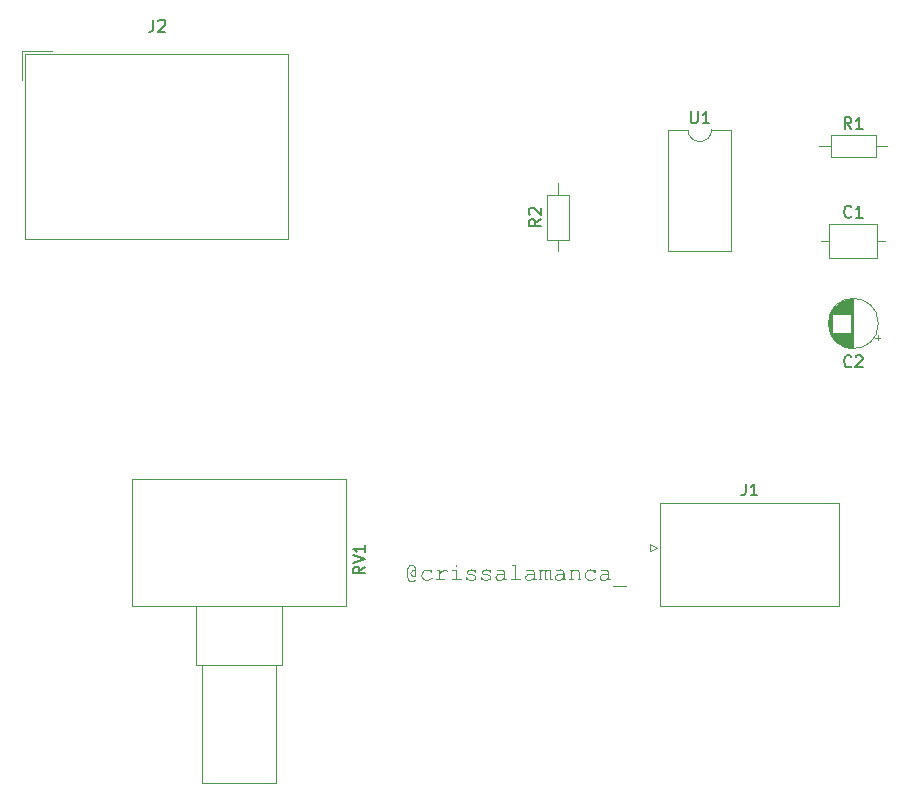
<source format=gbr>
%TF.GenerationSoftware,KiCad,Pcbnew,9.0.2*%
%TF.CreationDate,2025-06-20T12:40:34-04:00*%
%TF.ProjectId,criss,63726973-732e-46b6-9963-61645f706362,rev?*%
%TF.SameCoordinates,Original*%
%TF.FileFunction,Legend,Top*%
%TF.FilePolarity,Positive*%
%FSLAX46Y46*%
G04 Gerber Fmt 4.6, Leading zero omitted, Abs format (unit mm)*
G04 Created by KiCad (PCBNEW 9.0.2) date 2025-06-20 12:40:34*
%MOMM*%
%LPD*%
G01*
G04 APERTURE LIST*
%ADD10C,0.100000*%
%ADD11C,0.150000*%
%ADD12C,0.120000*%
G04 APERTURE END LIST*
D10*
G36*
X56713485Y-65423379D02*
G01*
X56786950Y-65449902D01*
X56851771Y-65495596D01*
X56911972Y-65568329D01*
X56941865Y-65625642D01*
X56960034Y-65688824D01*
X56966285Y-65759296D01*
X56966285Y-66352257D01*
X56984800Y-66356988D01*
X56996968Y-66365904D01*
X57004562Y-66378674D01*
X57007226Y-66395213D01*
X57000540Y-66419760D01*
X56984146Y-66435513D01*
X56949890Y-66440184D01*
X56880190Y-66440184D01*
X56880190Y-66425988D01*
X56833112Y-66432216D01*
X56793087Y-66434323D01*
X56712290Y-66425127D01*
X56644442Y-66398830D01*
X56586640Y-66355554D01*
X56541718Y-66298945D01*
X56515247Y-66236125D01*
X56506223Y-66164862D01*
X56506448Y-66163213D01*
X56592227Y-66163213D01*
X56598557Y-66212951D01*
X56616990Y-66255954D01*
X56648098Y-66293913D01*
X56688347Y-66322094D01*
X56739407Y-66339938D01*
X56804352Y-66346395D01*
X56840714Y-66343831D01*
X56880190Y-66337144D01*
X56880190Y-65941929D01*
X56792364Y-65950785D01*
X56723139Y-65973938D01*
X56668523Y-66009890D01*
X56624966Y-66058348D01*
X56600351Y-66108873D01*
X56592227Y-66163213D01*
X56506448Y-66163213D01*
X56517221Y-66084226D01*
X56549836Y-66012053D01*
X56606058Y-65945776D01*
X56658323Y-65906997D01*
X56720114Y-65878462D01*
X56793281Y-65860414D01*
X56880190Y-65854002D01*
X56880190Y-65755724D01*
X56872046Y-65684212D01*
X56848772Y-65624259D01*
X56810489Y-65573275D01*
X56760348Y-65533929D01*
X56703032Y-65510411D01*
X56636283Y-65502292D01*
X56565787Y-65511469D01*
X56498988Y-65539203D01*
X56458394Y-65567997D01*
X56426264Y-65601760D01*
X56381521Y-65671079D01*
X56341726Y-65757098D01*
X56315970Y-65853958D01*
X56306372Y-65982046D01*
X56306372Y-66321391D01*
X56312596Y-66420732D01*
X56330430Y-66508575D01*
X56359016Y-66586561D01*
X56398054Y-66656065D01*
X56449326Y-66716795D01*
X56506672Y-66758407D01*
X56571319Y-66783318D01*
X56645533Y-66791894D01*
X56745589Y-66782731D01*
X56820459Y-66758035D01*
X56876068Y-66720178D01*
X56894049Y-66707631D01*
X56909865Y-66703967D01*
X56926062Y-66707061D01*
X56939632Y-66716331D01*
X56948878Y-66729754D01*
X56951905Y-66745091D01*
X56939773Y-66775540D01*
X56890448Y-66817082D01*
X56822080Y-66850528D01*
X56737598Y-66872045D01*
X56633260Y-66879822D01*
X56553874Y-66872066D01*
X56483142Y-66849505D01*
X56420110Y-66813136D01*
X56368837Y-66765791D01*
X56340398Y-66727503D01*
X56300143Y-66656980D01*
X56264840Y-66581265D01*
X56243815Y-66520418D01*
X56226609Y-66432931D01*
X56220276Y-66322215D01*
X56220276Y-65977100D01*
X56229780Y-65846411D01*
X56256862Y-65733103D01*
X56300212Y-65634347D01*
X56359678Y-65547904D01*
X56419795Y-65488197D01*
X56484375Y-65447149D01*
X56554576Y-65422692D01*
X56632253Y-65414364D01*
X56713485Y-65423379D01*
G37*
G36*
X58247644Y-65943028D02*
G01*
X58247644Y-65913719D01*
X58251207Y-65884187D01*
X58259918Y-65867649D01*
X58273794Y-65857413D01*
X58290692Y-65854002D01*
X58308470Y-65857384D01*
X58322383Y-65867282D01*
X58331174Y-65883503D01*
X58334747Y-65912254D01*
X58334747Y-66106427D01*
X58330523Y-66135235D01*
X58321925Y-66151398D01*
X58308389Y-66161281D01*
X58290692Y-66164678D01*
X58274596Y-66161734D01*
X58261475Y-66153046D01*
X58252584Y-66138786D01*
X58247644Y-66114120D01*
X58235797Y-66070196D01*
X58205726Y-66025186D01*
X58151840Y-65977466D01*
X58088879Y-65942918D01*
X58009789Y-65920689D01*
X57910498Y-65912620D01*
X57815988Y-65920945D01*
X57737975Y-65944308D01*
X57673237Y-65981443D01*
X57619513Y-66032696D01*
X57564066Y-66117035D01*
X57531254Y-66207859D01*
X57520136Y-66307561D01*
X57527338Y-66389446D01*
X57548115Y-66461599D01*
X57582036Y-66525852D01*
X57629771Y-66583524D01*
X57687767Y-66630532D01*
X57753336Y-66664208D01*
X57827949Y-66684994D01*
X57913612Y-66692243D01*
X58013713Y-66683249D01*
X58117951Y-66655423D01*
X58184563Y-66626164D01*
X58247106Y-66586859D01*
X58306079Y-66536813D01*
X58327832Y-66520709D01*
X58343998Y-66516388D01*
X58360057Y-66519396D01*
X58373124Y-66528295D01*
X58381950Y-66541443D01*
X58384939Y-66557604D01*
X58377206Y-66583604D01*
X58347591Y-66619391D01*
X58281441Y-66669895D01*
X58195516Y-66718171D01*
X58105525Y-66752436D01*
X58010551Y-66773144D01*
X57909490Y-66780170D01*
X57807446Y-66771368D01*
X57717912Y-66746035D01*
X57638577Y-66704807D01*
X57567764Y-66646997D01*
X57509556Y-66576385D01*
X57468178Y-66497714D01*
X57442829Y-66409370D01*
X57434041Y-66309118D01*
X57442997Y-66206888D01*
X57468876Y-66116425D01*
X57511189Y-66035509D01*
X57570786Y-65962537D01*
X57643390Y-65902406D01*
X57723890Y-65859767D01*
X57813890Y-65833708D01*
X57915627Y-65824692D01*
X58012999Y-65832496D01*
X58099616Y-65855035D01*
X58177355Y-65891738D01*
X58247644Y-65943028D01*
G37*
G36*
X59044303Y-65854002D02*
G01*
X59044303Y-66072172D01*
X59204700Y-65938933D01*
X59295904Y-65879464D01*
X59379047Y-65846405D01*
X59450143Y-65836416D01*
X59499655Y-65842035D01*
X59546931Y-65858948D01*
X59593025Y-65888073D01*
X59647387Y-65939417D01*
X59659154Y-65966292D01*
X59655895Y-65984219D01*
X59646331Y-65998624D01*
X59632002Y-66008184D01*
X59614091Y-66011447D01*
X59596598Y-66007875D01*
X59570036Y-65985343D01*
X59534309Y-65954419D01*
X59507479Y-65937533D01*
X59480597Y-65927520D01*
X59455181Y-65924344D01*
X59397376Y-65934081D01*
X59319443Y-65968765D01*
X59228083Y-66031764D01*
X59044303Y-66185470D01*
X59044303Y-66657072D01*
X59425505Y-66657072D01*
X59454367Y-66660577D01*
X59470568Y-66669162D01*
X59480509Y-66682920D01*
X59483941Y-66701036D01*
X59480573Y-66718382D01*
X59470568Y-66732452D01*
X59454317Y-66741377D01*
X59425505Y-66745000D01*
X58750296Y-66745000D01*
X58722329Y-66741481D01*
X58706149Y-66732726D01*
X58696243Y-66718751D01*
X58692868Y-66701036D01*
X58696105Y-66683788D01*
X58705691Y-66669712D01*
X58721569Y-66660736D01*
X58750296Y-66657072D01*
X58958299Y-66657072D01*
X58958299Y-65941929D01*
X58799480Y-65941929D01*
X58771513Y-65938410D01*
X58755334Y-65929656D01*
X58745435Y-65915743D01*
X58742053Y-65897965D01*
X58745300Y-65880575D01*
X58754876Y-65866550D01*
X58770743Y-65857642D01*
X58799480Y-65854002D01*
X59044303Y-65854002D01*
G37*
G36*
X60448669Y-65414364D02*
G01*
X60448669Y-65637114D01*
X60321632Y-65637114D01*
X60321632Y-65414364D01*
X60448669Y-65414364D01*
G37*
G36*
X60451783Y-65854002D02*
G01*
X60451783Y-66657072D01*
X60789846Y-66657072D01*
X60818708Y-66660577D01*
X60834909Y-66669162D01*
X60844849Y-66682920D01*
X60848281Y-66701036D01*
X60844913Y-66718382D01*
X60834909Y-66732452D01*
X60818658Y-66741377D01*
X60789846Y-66745000D01*
X60027534Y-66745000D01*
X59999595Y-66741411D01*
X59983387Y-66732452D01*
X59973454Y-66718389D01*
X59970106Y-66701036D01*
X59973518Y-66682912D01*
X59983387Y-66669162D01*
X59999546Y-66660544D01*
X60027534Y-66657072D01*
X60365688Y-66657072D01*
X60365688Y-65941929D01*
X60114637Y-65941929D01*
X60086606Y-65938405D01*
X60070032Y-65929564D01*
X60059658Y-65915572D01*
X60056202Y-65898515D01*
X60059593Y-65880484D01*
X60069482Y-65866458D01*
X60085800Y-65857597D01*
X60114637Y-65854002D01*
X60451783Y-65854002D01*
G37*
G36*
X61949297Y-65912620D02*
G01*
X61952801Y-65884499D01*
X61961571Y-65867923D01*
X61975469Y-65857472D01*
X61992345Y-65854002D01*
X62010116Y-65857404D01*
X62024036Y-65867374D01*
X62032822Y-65883616D01*
X62036400Y-65912528D01*
X62036400Y-66060265D01*
X62032879Y-66088313D01*
X62024127Y-66104503D01*
X62010202Y-66114398D01*
X61992345Y-66117784D01*
X61976213Y-66114942D01*
X61963128Y-66106610D01*
X61954254Y-66092974D01*
X61949389Y-66070065D01*
X61939793Y-66032328D01*
X61919156Y-65999176D01*
X61885825Y-65969498D01*
X61827182Y-65939181D01*
X61754208Y-65919680D01*
X61663442Y-65912620D01*
X61568654Y-65920081D01*
X61495376Y-65940345D01*
X61439043Y-65971330D01*
X61403728Y-66004061D01*
X61384676Y-66036566D01*
X61378593Y-66070157D01*
X61385895Y-66107513D01*
X61408447Y-66141355D01*
X61450309Y-66173196D01*
X61511110Y-66196053D01*
X61636789Y-66217435D01*
X61802125Y-66240678D01*
X61885825Y-66261582D01*
X61949203Y-66290184D01*
X61997698Y-66323482D01*
X62033836Y-66361233D01*
X62061284Y-66405595D01*
X62077253Y-66451122D01*
X62082562Y-66498803D01*
X62071525Y-66567342D01*
X62037728Y-66631766D01*
X61976958Y-66694441D01*
X61922708Y-66729604D01*
X61855058Y-66756384D01*
X61771154Y-66773834D01*
X61667563Y-66780170D01*
X61566046Y-66773003D01*
X61477882Y-66752579D01*
X61400944Y-66719917D01*
X61333531Y-66675207D01*
X61329409Y-66720362D01*
X61314480Y-66737855D01*
X61290483Y-66745000D01*
X61273478Y-66741699D01*
X61259708Y-66731902D01*
X61250948Y-66716018D01*
X61247435Y-66688579D01*
X61247435Y-66514190D01*
X61250808Y-66486692D01*
X61259159Y-66470867D01*
X61272691Y-66461131D01*
X61290483Y-66457770D01*
X61307548Y-66460928D01*
X61321715Y-66470318D01*
X61331201Y-66484633D01*
X61334538Y-66503840D01*
X61340676Y-66546975D01*
X61358077Y-66580960D01*
X61402089Y-66623213D01*
X61472383Y-66660736D01*
X61555913Y-66683748D01*
X61664449Y-66692243D01*
X61775278Y-66683974D01*
X61856279Y-66662107D01*
X61914493Y-66629686D01*
X61962837Y-66583708D01*
X61988452Y-66540149D01*
X61996467Y-66497154D01*
X61987658Y-66448365D01*
X61961187Y-66406274D01*
X61913485Y-66368835D01*
X61855337Y-66342489D01*
X61775664Y-66320408D01*
X61669029Y-66304263D01*
X61520399Y-66283109D01*
X61439043Y-66261124D01*
X61376209Y-66227103D01*
X61330416Y-66180982D01*
X61301049Y-66125034D01*
X61291490Y-66066035D01*
X61298149Y-66013914D01*
X61317665Y-65968155D01*
X61350797Y-65927076D01*
X61400117Y-65889905D01*
X61475061Y-65854439D01*
X61560722Y-65832404D01*
X61659320Y-65824692D01*
X61775258Y-65835320D01*
X61870532Y-65865134D01*
X61949297Y-65912620D01*
G37*
G36*
X63208125Y-65912620D02*
G01*
X63211629Y-65884499D01*
X63220398Y-65867923D01*
X63234297Y-65857472D01*
X63251173Y-65854002D01*
X63268943Y-65857404D01*
X63282863Y-65867374D01*
X63291650Y-65883616D01*
X63295228Y-65912528D01*
X63295228Y-66060265D01*
X63291706Y-66088313D01*
X63282955Y-66104503D01*
X63269030Y-66114398D01*
X63251173Y-66117784D01*
X63235040Y-66114942D01*
X63221955Y-66106610D01*
X63213081Y-66092974D01*
X63208217Y-66070065D01*
X63198621Y-66032328D01*
X63177983Y-65999176D01*
X63144652Y-65969498D01*
X63086009Y-65939181D01*
X63013035Y-65919680D01*
X62922269Y-65912620D01*
X62827481Y-65920081D01*
X62754204Y-65940345D01*
X62697871Y-65971330D01*
X62662556Y-66004061D01*
X62643504Y-66036566D01*
X62637421Y-66070157D01*
X62644723Y-66107513D01*
X62667275Y-66141355D01*
X62709137Y-66173196D01*
X62769938Y-66196053D01*
X62895616Y-66217435D01*
X63060953Y-66240678D01*
X63144652Y-66261582D01*
X63208031Y-66290184D01*
X63256526Y-66323482D01*
X63292663Y-66361233D01*
X63320112Y-66405595D01*
X63336080Y-66451122D01*
X63341390Y-66498803D01*
X63330352Y-66567342D01*
X63296555Y-66631766D01*
X63235785Y-66694441D01*
X63181536Y-66729604D01*
X63113885Y-66756384D01*
X63029982Y-66773834D01*
X62926391Y-66780170D01*
X62824874Y-66773003D01*
X62736709Y-66752579D01*
X62659772Y-66719917D01*
X62592358Y-66675207D01*
X62588237Y-66720362D01*
X62573307Y-66737855D01*
X62549310Y-66745000D01*
X62532306Y-66741699D01*
X62518536Y-66731902D01*
X62509776Y-66716018D01*
X62506263Y-66688579D01*
X62506263Y-66514190D01*
X62509636Y-66486692D01*
X62517986Y-66470867D01*
X62531519Y-66461131D01*
X62549310Y-66457770D01*
X62566375Y-66460928D01*
X62580543Y-66470318D01*
X62590028Y-66484633D01*
X62593366Y-66503840D01*
X62599504Y-66546975D01*
X62616905Y-66580960D01*
X62660917Y-66623213D01*
X62731210Y-66660736D01*
X62814741Y-66683748D01*
X62923277Y-66692243D01*
X63034106Y-66683974D01*
X63115107Y-66662107D01*
X63173320Y-66629686D01*
X63221665Y-66583708D01*
X63247280Y-66540149D01*
X63255294Y-66497154D01*
X63246485Y-66448365D01*
X63220015Y-66406274D01*
X63172313Y-66368835D01*
X63114165Y-66342489D01*
X63034492Y-66320408D01*
X62927856Y-66304263D01*
X62779227Y-66283109D01*
X62697871Y-66261124D01*
X62635037Y-66227103D01*
X62589244Y-66180982D01*
X62559877Y-66125034D01*
X62550318Y-66066035D01*
X62556976Y-66013914D01*
X62576492Y-65968155D01*
X62609625Y-65927076D01*
X62658945Y-65889905D01*
X62733888Y-65854439D01*
X62819549Y-65832404D01*
X62918148Y-65824692D01*
X63034086Y-65835320D01*
X63129360Y-65865134D01*
X63208125Y-65912620D01*
G37*
G36*
X64277643Y-65834664D02*
G01*
X64360679Y-65862130D01*
X64425920Y-65905201D01*
X64478146Y-65963401D01*
X64507505Y-66023350D01*
X64517144Y-66087101D01*
X64517144Y-66657072D01*
X64631908Y-66657072D01*
X64660770Y-66660577D01*
X64676971Y-66669162D01*
X64686911Y-66682920D01*
X64690343Y-66701036D01*
X64686975Y-66718382D01*
X64676971Y-66732452D01*
X64660720Y-66741377D01*
X64631908Y-66745000D01*
X64430133Y-66745000D01*
X64430133Y-66620436D01*
X64331353Y-66692424D01*
X64232515Y-66741696D01*
X64132389Y-66770576D01*
X64029422Y-66780170D01*
X63929170Y-66770447D01*
X63850114Y-66743577D01*
X63787622Y-66701219D01*
X63738807Y-66643961D01*
X63710237Y-66580258D01*
X63700519Y-66507687D01*
X63700530Y-66507595D01*
X63786614Y-66507595D01*
X63793383Y-66556837D01*
X63813320Y-66600056D01*
X63847522Y-66638937D01*
X63891278Y-66667129D01*
X63949182Y-66685472D01*
X64025392Y-66692243D01*
X64133776Y-66680942D01*
X64232846Y-66647638D01*
X64326388Y-66592456D01*
X64430133Y-66505580D01*
X64430133Y-66315804D01*
X64301997Y-66290158D01*
X64159573Y-66281915D01*
X64036918Y-66292107D01*
X63941145Y-66319964D01*
X63866573Y-66362973D01*
X63820762Y-66407755D01*
X63795092Y-66455335D01*
X63786614Y-66507595D01*
X63700530Y-66507595D01*
X63707411Y-66447926D01*
X63727975Y-66392225D01*
X63763155Y-66339189D01*
X63815282Y-66287960D01*
X63874352Y-66249345D01*
X63947771Y-66219998D01*
X64038571Y-66200910D01*
X64150414Y-66193988D01*
X64279466Y-66201864D01*
X64430133Y-66226411D01*
X64430133Y-66087376D01*
X64423173Y-66043379D01*
X64402088Y-66003008D01*
X64364554Y-65964735D01*
X64317856Y-65937543D01*
X64254006Y-65919419D01*
X64167816Y-65912620D01*
X64058793Y-65925170D01*
X63885990Y-65972429D01*
X63843950Y-65982962D01*
X63828785Y-65979885D01*
X63815740Y-65970505D01*
X63807011Y-65956592D01*
X63804016Y-65939273D01*
X63806715Y-65922997D01*
X63814275Y-65911154D01*
X63839763Y-65896749D01*
X63930046Y-65868381D01*
X64081127Y-65833738D01*
X64171846Y-65824692D01*
X64277643Y-65834664D01*
G37*
G36*
X65484987Y-65455397D02*
G01*
X65484987Y-66657072D01*
X65823142Y-66657072D01*
X65852003Y-66660577D01*
X65868204Y-66669162D01*
X65878145Y-66682920D01*
X65881577Y-66701036D01*
X65878209Y-66718382D01*
X65868204Y-66732452D01*
X65851953Y-66741377D01*
X65823142Y-66745000D01*
X65060829Y-66745000D01*
X65032891Y-66741411D01*
X65016682Y-66732452D01*
X65006749Y-66718389D01*
X65003401Y-66701036D01*
X65006813Y-66682912D01*
X65016682Y-66669162D01*
X65032842Y-66660544D01*
X65060829Y-66657072D01*
X65398892Y-66657072D01*
X65398892Y-65543325D01*
X65150955Y-65543325D01*
X65122924Y-65539800D01*
X65106350Y-65530960D01*
X65096028Y-65516813D01*
X65092520Y-65498811D01*
X65095861Y-65481727D01*
X65105800Y-65467854D01*
X65122118Y-65458993D01*
X65150955Y-65455397D01*
X65484987Y-65455397D01*
G37*
G36*
X66795298Y-65834664D02*
G01*
X66878334Y-65862130D01*
X66943575Y-65905201D01*
X66995801Y-65963401D01*
X67025160Y-66023350D01*
X67034800Y-66087101D01*
X67034800Y-66657072D01*
X67149563Y-66657072D01*
X67178425Y-66660577D01*
X67194626Y-66669162D01*
X67204566Y-66682920D01*
X67207998Y-66701036D01*
X67204631Y-66718382D01*
X67194626Y-66732452D01*
X67178375Y-66741377D01*
X67149563Y-66745000D01*
X66947788Y-66745000D01*
X66947788Y-66620436D01*
X66849008Y-66692424D01*
X66750170Y-66741696D01*
X66650045Y-66770576D01*
X66547077Y-66780170D01*
X66446825Y-66770447D01*
X66367770Y-66743577D01*
X66305277Y-66701219D01*
X66256462Y-66643961D01*
X66227892Y-66580258D01*
X66218174Y-66507687D01*
X66218185Y-66507595D01*
X66304269Y-66507595D01*
X66311039Y-66556837D01*
X66330975Y-66600056D01*
X66365177Y-66638937D01*
X66408933Y-66667129D01*
X66466837Y-66685472D01*
X66543047Y-66692243D01*
X66651431Y-66680942D01*
X66750501Y-66647638D01*
X66844043Y-66592456D01*
X66947788Y-66505580D01*
X66947788Y-66315804D01*
X66819652Y-66290158D01*
X66677228Y-66281915D01*
X66554573Y-66292107D01*
X66458800Y-66319964D01*
X66384228Y-66362973D01*
X66338417Y-66407755D01*
X66312747Y-66455335D01*
X66304269Y-66507595D01*
X66218185Y-66507595D01*
X66225066Y-66447926D01*
X66245630Y-66392225D01*
X66280810Y-66339189D01*
X66332937Y-66287960D01*
X66392007Y-66249345D01*
X66465426Y-66219998D01*
X66556226Y-66200910D01*
X66668069Y-66193988D01*
X66797121Y-66201864D01*
X66947788Y-66226411D01*
X66947788Y-66087376D01*
X66940828Y-66043379D01*
X66919743Y-66003008D01*
X66882209Y-65964735D01*
X66835512Y-65937543D01*
X66771661Y-65919419D01*
X66685471Y-65912620D01*
X66576448Y-65925170D01*
X66403646Y-65972429D01*
X66361605Y-65982962D01*
X66346440Y-65979885D01*
X66333395Y-65970505D01*
X66324666Y-65956592D01*
X66321672Y-65939273D01*
X66324370Y-65922997D01*
X66331930Y-65911154D01*
X66357419Y-65896749D01*
X66447701Y-65868381D01*
X66598782Y-65833738D01*
X66689501Y-65824692D01*
X66795298Y-65834664D01*
G37*
G36*
X67567219Y-65854002D02*
G01*
X67567219Y-65943394D01*
X67626852Y-65887668D01*
X67682680Y-65851440D01*
X67735776Y-65831191D01*
X67787495Y-65824692D01*
X67850558Y-65833776D01*
X67904274Y-65860321D01*
X67949045Y-65903252D01*
X67988354Y-65968032D01*
X68048295Y-65902978D01*
X68104583Y-65860321D01*
X68164778Y-65833273D01*
X68223011Y-65824692D01*
X68282508Y-65831803D01*
X68331199Y-65851989D01*
X68371571Y-65885143D01*
X68412938Y-65940353D01*
X68436527Y-65996558D01*
X68444295Y-66055319D01*
X68444295Y-66657072D01*
X68517018Y-66657072D01*
X68544990Y-66660548D01*
X68561073Y-66669162D01*
X68571014Y-66682920D01*
X68574446Y-66701036D01*
X68571078Y-66718382D01*
X68561073Y-66732452D01*
X68544941Y-66741407D01*
X68517018Y-66745000D01*
X68358199Y-66745000D01*
X68358199Y-66064478D01*
X68347906Y-66003690D01*
X68318174Y-65955759D01*
X68274457Y-65923073D01*
X68226033Y-65912620D01*
X68179455Y-65920826D01*
X68126565Y-65948066D01*
X68075990Y-65994485D01*
X68007772Y-66087101D01*
X68007772Y-66657072D01*
X68079487Y-66657072D01*
X68107460Y-66660548D01*
X68123543Y-66669162D01*
X68133483Y-66682920D01*
X68136915Y-66701036D01*
X68133547Y-66718382D01*
X68123543Y-66732452D01*
X68107411Y-66741407D01*
X68079487Y-66745000D01*
X67920669Y-66745000D01*
X67920669Y-66070706D01*
X67910200Y-66007002D01*
X67880185Y-65957316D01*
X67836180Y-65923262D01*
X67789510Y-65912620D01*
X67744590Y-65919764D01*
X67698285Y-65942387D01*
X67638586Y-65994896D01*
X67567219Y-66087101D01*
X67567219Y-66657072D01*
X67639942Y-66657072D01*
X67667834Y-66660545D01*
X67683906Y-66669162D01*
X67693846Y-66682920D01*
X67697278Y-66701036D01*
X67693910Y-66718382D01*
X67683906Y-66732452D01*
X67667785Y-66741410D01*
X67639942Y-66745000D01*
X67408308Y-66745000D01*
X67380451Y-66741414D01*
X67364253Y-66732452D01*
X67354320Y-66718389D01*
X67350972Y-66701036D01*
X67354384Y-66682912D01*
X67364253Y-66669162D01*
X67380402Y-66660542D01*
X67408308Y-66657072D01*
X67481123Y-66657072D01*
X67481123Y-65941929D01*
X67408308Y-65941929D01*
X67380421Y-65938413D01*
X67364253Y-65929656D01*
X67354354Y-65915743D01*
X67350972Y-65897965D01*
X67354320Y-65880612D01*
X67364253Y-65866550D01*
X67380451Y-65857587D01*
X67408308Y-65854002D01*
X67567219Y-65854002D01*
G37*
G36*
X69312953Y-65834664D02*
G01*
X69395990Y-65862130D01*
X69461230Y-65905201D01*
X69513457Y-65963401D01*
X69542816Y-66023350D01*
X69552455Y-66087101D01*
X69552455Y-66657072D01*
X69667219Y-66657072D01*
X69696080Y-66660577D01*
X69712281Y-66669162D01*
X69722222Y-66682920D01*
X69725654Y-66701036D01*
X69722286Y-66718382D01*
X69712281Y-66732452D01*
X69696030Y-66741377D01*
X69667219Y-66745000D01*
X69465443Y-66745000D01*
X69465443Y-66620436D01*
X69366664Y-66692424D01*
X69267825Y-66741696D01*
X69167700Y-66770576D01*
X69064733Y-66780170D01*
X68964480Y-66770447D01*
X68885425Y-66743577D01*
X68822932Y-66701219D01*
X68774118Y-66643961D01*
X68745548Y-66580258D01*
X68735829Y-66507687D01*
X68735840Y-66507595D01*
X68821925Y-66507595D01*
X68828694Y-66556837D01*
X68848631Y-66600056D01*
X68882833Y-66638937D01*
X68926588Y-66667129D01*
X68984493Y-66685472D01*
X69060703Y-66692243D01*
X69169087Y-66680942D01*
X69268156Y-66647638D01*
X69361698Y-66592456D01*
X69465443Y-66505580D01*
X69465443Y-66315804D01*
X69337308Y-66290158D01*
X69194883Y-66281915D01*
X69072229Y-66292107D01*
X68976456Y-66319964D01*
X68901884Y-66362973D01*
X68856072Y-66407755D01*
X68830402Y-66455335D01*
X68821925Y-66507595D01*
X68735840Y-66507595D01*
X68742721Y-66447926D01*
X68763286Y-66392225D01*
X68798466Y-66339189D01*
X68850593Y-66287960D01*
X68909663Y-66249345D01*
X68983081Y-66219998D01*
X69073881Y-66200910D01*
X69185724Y-66193988D01*
X69314776Y-66201864D01*
X69465443Y-66226411D01*
X69465443Y-66087376D01*
X69458484Y-66043379D01*
X69437398Y-66003008D01*
X69399864Y-65964735D01*
X69353167Y-65937543D01*
X69289317Y-65919419D01*
X69203127Y-65912620D01*
X69094104Y-65925170D01*
X68921301Y-65972429D01*
X68879261Y-65982962D01*
X68864095Y-65979885D01*
X68851051Y-65970505D01*
X68842322Y-65956592D01*
X68839327Y-65939273D01*
X68842026Y-65922997D01*
X68849585Y-65911154D01*
X68875074Y-65896749D01*
X68965356Y-65868381D01*
X69116437Y-65833738D01*
X69207157Y-65824692D01*
X69312953Y-65834664D01*
G37*
G36*
X70198538Y-65854002D02*
G01*
X70198538Y-65982962D01*
X70289333Y-65903350D01*
X70361479Y-65858948D01*
X70437546Y-65833526D01*
X70525427Y-65824692D01*
X70620275Y-65835398D01*
X70704762Y-65866733D01*
X70757700Y-65905890D01*
X70808810Y-65968765D01*
X70844146Y-66042022D01*
X70855430Y-66114761D01*
X70855430Y-66657072D01*
X70928153Y-66657072D01*
X70956045Y-66660545D01*
X70972117Y-66669162D01*
X70982057Y-66682920D01*
X70985489Y-66701036D01*
X70982121Y-66718382D01*
X70972117Y-66732452D01*
X70955995Y-66741410D01*
X70928153Y-66745000D01*
X70697618Y-66745000D01*
X70668792Y-66741381D01*
X70652464Y-66732452D01*
X70642531Y-66718389D01*
X70639183Y-66701036D01*
X70642595Y-66682912D01*
X70652464Y-66669162D01*
X70668742Y-66660574D01*
X70697618Y-66657072D01*
X70769334Y-66657072D01*
X70769334Y-66129691D01*
X70761848Y-66071788D01*
X70739913Y-66021067D01*
X70702656Y-65975635D01*
X70654807Y-65941432D01*
X70596376Y-65920184D01*
X70524419Y-65912620D01*
X70443280Y-65921364D01*
X70376775Y-65946051D01*
X70311169Y-65994877D01*
X70198538Y-66111922D01*
X70198538Y-66657072D01*
X70295900Y-66657072D01*
X70323872Y-66660548D01*
X70339955Y-66669162D01*
X70349895Y-66682920D01*
X70353327Y-66701036D01*
X70349959Y-66718382D01*
X70339955Y-66732452D01*
X70323823Y-66741407D01*
X70295900Y-66745000D01*
X70015173Y-66745000D01*
X69987235Y-66741411D01*
X69971026Y-66732452D01*
X69961093Y-66718389D01*
X69957745Y-66701036D01*
X69961157Y-66682912D01*
X69971026Y-66669162D01*
X69987186Y-66660544D01*
X70015173Y-66657072D01*
X70112534Y-66657072D01*
X70112534Y-65941929D01*
X70039719Y-65941929D01*
X70011833Y-65938413D01*
X69995664Y-65929656D01*
X69985766Y-65915743D01*
X69982383Y-65897965D01*
X69985731Y-65880612D01*
X69995664Y-65866550D01*
X70011862Y-65857587D01*
X70039719Y-65854002D01*
X70198538Y-65854002D01*
G37*
G36*
X72094748Y-65943028D02*
G01*
X72094748Y-65913719D01*
X72098311Y-65884187D01*
X72107021Y-65867649D01*
X72120898Y-65857413D01*
X72137796Y-65854002D01*
X72155574Y-65857384D01*
X72169487Y-65867282D01*
X72178278Y-65883503D01*
X72181851Y-65912254D01*
X72181851Y-66106427D01*
X72177627Y-66135235D01*
X72169029Y-66151398D01*
X72155493Y-66161281D01*
X72137796Y-66164678D01*
X72121700Y-66161734D01*
X72108579Y-66153046D01*
X72099688Y-66138786D01*
X72094748Y-66114120D01*
X72082901Y-66070196D01*
X72052830Y-66025186D01*
X71998944Y-65977466D01*
X71935983Y-65942918D01*
X71856893Y-65920689D01*
X71757602Y-65912620D01*
X71663092Y-65920945D01*
X71585078Y-65944308D01*
X71520341Y-65981443D01*
X71466617Y-66032696D01*
X71411170Y-66117035D01*
X71378358Y-66207859D01*
X71367240Y-66307561D01*
X71374442Y-66389446D01*
X71395218Y-66461599D01*
X71429140Y-66525852D01*
X71476875Y-66583524D01*
X71534871Y-66630532D01*
X71600440Y-66664208D01*
X71675053Y-66684994D01*
X71760716Y-66692243D01*
X71860817Y-66683249D01*
X71965055Y-66655423D01*
X72031667Y-66626164D01*
X72094210Y-66586859D01*
X72153183Y-66536813D01*
X72174936Y-66520709D01*
X72191102Y-66516388D01*
X72207161Y-66519396D01*
X72220228Y-66528295D01*
X72229054Y-66541443D01*
X72232043Y-66557604D01*
X72224310Y-66583604D01*
X72194695Y-66619391D01*
X72128545Y-66669895D01*
X72042620Y-66718171D01*
X71952629Y-66752436D01*
X71857655Y-66773144D01*
X71756594Y-66780170D01*
X71654550Y-66771368D01*
X71565016Y-66746035D01*
X71485681Y-66704807D01*
X71414868Y-66646997D01*
X71356660Y-66576385D01*
X71315282Y-66497714D01*
X71289933Y-66409370D01*
X71281145Y-66309118D01*
X71290101Y-66206888D01*
X71315980Y-66116425D01*
X71358293Y-66035509D01*
X71417890Y-65962537D01*
X71490494Y-65902406D01*
X71570994Y-65859767D01*
X71660994Y-65833708D01*
X71762731Y-65824692D01*
X71860103Y-65832496D01*
X71946720Y-65855035D01*
X72024459Y-65891738D01*
X72094748Y-65943028D01*
G37*
G36*
X73089436Y-65834664D02*
G01*
X73172472Y-65862130D01*
X73237713Y-65905201D01*
X73289940Y-65963401D01*
X73319299Y-66023350D01*
X73328938Y-66087101D01*
X73328938Y-66657072D01*
X73443702Y-66657072D01*
X73472563Y-66660577D01*
X73488764Y-66669162D01*
X73498705Y-66682920D01*
X73502137Y-66701036D01*
X73498769Y-66718382D01*
X73488764Y-66732452D01*
X73472513Y-66741377D01*
X73443702Y-66745000D01*
X73241926Y-66745000D01*
X73241926Y-66620436D01*
X73143147Y-66692424D01*
X73044308Y-66741696D01*
X72944183Y-66770576D01*
X72841215Y-66780170D01*
X72740963Y-66770447D01*
X72661908Y-66743577D01*
X72599415Y-66701219D01*
X72550601Y-66643961D01*
X72522030Y-66580258D01*
X72512312Y-66507687D01*
X72512323Y-66507595D01*
X72598408Y-66507595D01*
X72605177Y-66556837D01*
X72625113Y-66600056D01*
X72659316Y-66638937D01*
X72703071Y-66667129D01*
X72760975Y-66685472D01*
X72837185Y-66692243D01*
X72945570Y-66680942D01*
X73044639Y-66647638D01*
X73138181Y-66592456D01*
X73241926Y-66505580D01*
X73241926Y-66315804D01*
X73113790Y-66290158D01*
X72971366Y-66281915D01*
X72848712Y-66292107D01*
X72752939Y-66319964D01*
X72678367Y-66362973D01*
X72632555Y-66407755D01*
X72606885Y-66455335D01*
X72598408Y-66507595D01*
X72512323Y-66507595D01*
X72519204Y-66447926D01*
X72539769Y-66392225D01*
X72574949Y-66339189D01*
X72627076Y-66287960D01*
X72686146Y-66249345D01*
X72759564Y-66219998D01*
X72850364Y-66200910D01*
X72962207Y-66193988D01*
X73091259Y-66201864D01*
X73241926Y-66226411D01*
X73241926Y-66087376D01*
X73234966Y-66043379D01*
X73213881Y-66003008D01*
X73176347Y-65964735D01*
X73129650Y-65937543D01*
X73065800Y-65919419D01*
X72979610Y-65912620D01*
X72870587Y-65925170D01*
X72697784Y-65972429D01*
X72655744Y-65982962D01*
X72640578Y-65979885D01*
X72627534Y-65970505D01*
X72618805Y-65956592D01*
X72615810Y-65939273D01*
X72618509Y-65922997D01*
X72626068Y-65911154D01*
X72651557Y-65896749D01*
X72741839Y-65868381D01*
X72892920Y-65833738D01*
X72983640Y-65824692D01*
X73089436Y-65834664D01*
G37*
G36*
X74825536Y-67319459D02*
G01*
X73680922Y-67319459D01*
X73653016Y-67315989D01*
X73636867Y-67307369D01*
X73626998Y-67293619D01*
X73623586Y-67275495D01*
X73626995Y-67257355D01*
X73636867Y-67243530D01*
X73653006Y-67234977D01*
X73680922Y-67231531D01*
X74825536Y-67231531D01*
X74854253Y-67235028D01*
X74870049Y-67243530D01*
X74879565Y-67257316D01*
X74882872Y-67275495D01*
X74879562Y-67293658D01*
X74870049Y-67307369D01*
X74854243Y-67315938D01*
X74825536Y-67319459D01*
G37*
D11*
X93833333Y-48609580D02*
X93785714Y-48657200D01*
X93785714Y-48657200D02*
X93642857Y-48704819D01*
X93642857Y-48704819D02*
X93547619Y-48704819D01*
X93547619Y-48704819D02*
X93404762Y-48657200D01*
X93404762Y-48657200D02*
X93309524Y-48561961D01*
X93309524Y-48561961D02*
X93261905Y-48466723D01*
X93261905Y-48466723D02*
X93214286Y-48276247D01*
X93214286Y-48276247D02*
X93214286Y-48133390D01*
X93214286Y-48133390D02*
X93261905Y-47942914D01*
X93261905Y-47942914D02*
X93309524Y-47847676D01*
X93309524Y-47847676D02*
X93404762Y-47752438D01*
X93404762Y-47752438D02*
X93547619Y-47704819D01*
X93547619Y-47704819D02*
X93642857Y-47704819D01*
X93642857Y-47704819D02*
X93785714Y-47752438D01*
X93785714Y-47752438D02*
X93833333Y-47800057D01*
X94214286Y-47800057D02*
X94261905Y-47752438D01*
X94261905Y-47752438D02*
X94357143Y-47704819D01*
X94357143Y-47704819D02*
X94595238Y-47704819D01*
X94595238Y-47704819D02*
X94690476Y-47752438D01*
X94690476Y-47752438D02*
X94738095Y-47800057D01*
X94738095Y-47800057D02*
X94785714Y-47895295D01*
X94785714Y-47895295D02*
X94785714Y-47990533D01*
X94785714Y-47990533D02*
X94738095Y-48133390D01*
X94738095Y-48133390D02*
X94166667Y-48704819D01*
X94166667Y-48704819D02*
X94785714Y-48704819D01*
X80243095Y-27044819D02*
X80243095Y-27854342D01*
X80243095Y-27854342D02*
X80290714Y-27949580D01*
X80290714Y-27949580D02*
X80338333Y-27997200D01*
X80338333Y-27997200D02*
X80433571Y-28044819D01*
X80433571Y-28044819D02*
X80624047Y-28044819D01*
X80624047Y-28044819D02*
X80719285Y-27997200D01*
X80719285Y-27997200D02*
X80766904Y-27949580D01*
X80766904Y-27949580D02*
X80814523Y-27854342D01*
X80814523Y-27854342D02*
X80814523Y-27044819D01*
X81814523Y-28044819D02*
X81243095Y-28044819D01*
X81528809Y-28044819D02*
X81528809Y-27044819D01*
X81528809Y-27044819D02*
X81433571Y-27187676D01*
X81433571Y-27187676D02*
X81338333Y-27282914D01*
X81338333Y-27282914D02*
X81243095Y-27330533D01*
X34746666Y-19294819D02*
X34746666Y-20009104D01*
X34746666Y-20009104D02*
X34699047Y-20151961D01*
X34699047Y-20151961D02*
X34603809Y-20247200D01*
X34603809Y-20247200D02*
X34460952Y-20294819D01*
X34460952Y-20294819D02*
X34365714Y-20294819D01*
X35175238Y-19390057D02*
X35222857Y-19342438D01*
X35222857Y-19342438D02*
X35318095Y-19294819D01*
X35318095Y-19294819D02*
X35556190Y-19294819D01*
X35556190Y-19294819D02*
X35651428Y-19342438D01*
X35651428Y-19342438D02*
X35699047Y-19390057D01*
X35699047Y-19390057D02*
X35746666Y-19485295D01*
X35746666Y-19485295D02*
X35746666Y-19580533D01*
X35746666Y-19580533D02*
X35699047Y-19723390D01*
X35699047Y-19723390D02*
X35127619Y-20294819D01*
X35127619Y-20294819D02*
X35746666Y-20294819D01*
X67534819Y-36166666D02*
X67058628Y-36499999D01*
X67534819Y-36738094D02*
X66534819Y-36738094D01*
X66534819Y-36738094D02*
X66534819Y-36357142D01*
X66534819Y-36357142D02*
X66582438Y-36261904D01*
X66582438Y-36261904D02*
X66630057Y-36214285D01*
X66630057Y-36214285D02*
X66725295Y-36166666D01*
X66725295Y-36166666D02*
X66868152Y-36166666D01*
X66868152Y-36166666D02*
X66963390Y-36214285D01*
X66963390Y-36214285D02*
X67011009Y-36261904D01*
X67011009Y-36261904D02*
X67058628Y-36357142D01*
X67058628Y-36357142D02*
X67058628Y-36738094D01*
X66630057Y-35785713D02*
X66582438Y-35738094D01*
X66582438Y-35738094D02*
X66534819Y-35642856D01*
X66534819Y-35642856D02*
X66534819Y-35404761D01*
X66534819Y-35404761D02*
X66582438Y-35309523D01*
X66582438Y-35309523D02*
X66630057Y-35261904D01*
X66630057Y-35261904D02*
X66725295Y-35214285D01*
X66725295Y-35214285D02*
X66820533Y-35214285D01*
X66820533Y-35214285D02*
X66963390Y-35261904D01*
X66963390Y-35261904D02*
X67534819Y-35833332D01*
X67534819Y-35833332D02*
X67534819Y-35214285D01*
X52654819Y-65595238D02*
X52178628Y-65928571D01*
X52654819Y-66166666D02*
X51654819Y-66166666D01*
X51654819Y-66166666D02*
X51654819Y-65785714D01*
X51654819Y-65785714D02*
X51702438Y-65690476D01*
X51702438Y-65690476D02*
X51750057Y-65642857D01*
X51750057Y-65642857D02*
X51845295Y-65595238D01*
X51845295Y-65595238D02*
X51988152Y-65595238D01*
X51988152Y-65595238D02*
X52083390Y-65642857D01*
X52083390Y-65642857D02*
X52131009Y-65690476D01*
X52131009Y-65690476D02*
X52178628Y-65785714D01*
X52178628Y-65785714D02*
X52178628Y-66166666D01*
X51654819Y-65309523D02*
X52654819Y-64976190D01*
X52654819Y-64976190D02*
X51654819Y-64642857D01*
X52654819Y-63785714D02*
X52654819Y-64357142D01*
X52654819Y-64071428D02*
X51654819Y-64071428D01*
X51654819Y-64071428D02*
X51797676Y-64166666D01*
X51797676Y-64166666D02*
X51892914Y-64261904D01*
X51892914Y-64261904D02*
X51940533Y-64357142D01*
X93833333Y-35939580D02*
X93785714Y-35987200D01*
X93785714Y-35987200D02*
X93642857Y-36034819D01*
X93642857Y-36034819D02*
X93547619Y-36034819D01*
X93547619Y-36034819D02*
X93404762Y-35987200D01*
X93404762Y-35987200D02*
X93309524Y-35891961D01*
X93309524Y-35891961D02*
X93261905Y-35796723D01*
X93261905Y-35796723D02*
X93214286Y-35606247D01*
X93214286Y-35606247D02*
X93214286Y-35463390D01*
X93214286Y-35463390D02*
X93261905Y-35272914D01*
X93261905Y-35272914D02*
X93309524Y-35177676D01*
X93309524Y-35177676D02*
X93404762Y-35082438D01*
X93404762Y-35082438D02*
X93547619Y-35034819D01*
X93547619Y-35034819D02*
X93642857Y-35034819D01*
X93642857Y-35034819D02*
X93785714Y-35082438D01*
X93785714Y-35082438D02*
X93833333Y-35130057D01*
X94785714Y-36034819D02*
X94214286Y-36034819D01*
X94500000Y-36034819D02*
X94500000Y-35034819D01*
X94500000Y-35034819D02*
X94404762Y-35177676D01*
X94404762Y-35177676D02*
X94309524Y-35272914D01*
X94309524Y-35272914D02*
X94214286Y-35320533D01*
X84889166Y-58554819D02*
X84889166Y-59269104D01*
X84889166Y-59269104D02*
X84841547Y-59411961D01*
X84841547Y-59411961D02*
X84746309Y-59507200D01*
X84746309Y-59507200D02*
X84603452Y-59554819D01*
X84603452Y-59554819D02*
X84508214Y-59554819D01*
X85889166Y-59554819D02*
X85317738Y-59554819D01*
X85603452Y-59554819D02*
X85603452Y-58554819D01*
X85603452Y-58554819D02*
X85508214Y-58697676D01*
X85508214Y-58697676D02*
X85412976Y-58792914D01*
X85412976Y-58792914D02*
X85317738Y-58840533D01*
X93833333Y-28534819D02*
X93500000Y-28058628D01*
X93261905Y-28534819D02*
X93261905Y-27534819D01*
X93261905Y-27534819D02*
X93642857Y-27534819D01*
X93642857Y-27534819D02*
X93738095Y-27582438D01*
X93738095Y-27582438D02*
X93785714Y-27630057D01*
X93785714Y-27630057D02*
X93833333Y-27725295D01*
X93833333Y-27725295D02*
X93833333Y-27868152D01*
X93833333Y-27868152D02*
X93785714Y-27963390D01*
X93785714Y-27963390D02*
X93738095Y-28011009D01*
X93738095Y-28011009D02*
X93642857Y-28058628D01*
X93642857Y-28058628D02*
X93261905Y-28058628D01*
X94785714Y-28534819D02*
X94214286Y-28534819D01*
X94500000Y-28534819D02*
X94500000Y-27534819D01*
X94500000Y-27534819D02*
X94404762Y-27677676D01*
X94404762Y-27677676D02*
X94309524Y-27772914D01*
X94309524Y-27772914D02*
X94214286Y-27820533D01*
D12*
%TO.C,C2*%
X91920000Y-45370000D02*
X91920000Y-44630000D01*
X91960000Y-45537000D02*
X91960000Y-44463000D01*
X92000000Y-45663000D02*
X92000000Y-44337000D01*
X92040000Y-45768000D02*
X92040000Y-44232000D01*
X92080000Y-45859000D02*
X92080000Y-44141000D01*
X92120000Y-45940000D02*
X92120000Y-44060000D01*
X92160000Y-46013000D02*
X92160000Y-43987000D01*
X92200000Y-44160000D02*
X92200000Y-43920000D01*
X92200000Y-46080000D02*
X92200000Y-45840000D01*
X92240000Y-44160000D02*
X92240000Y-43858000D01*
X92240000Y-46142000D02*
X92240000Y-45840000D01*
X92280000Y-44160000D02*
X92280000Y-43801000D01*
X92280000Y-46199000D02*
X92280000Y-45840000D01*
X92320000Y-44160000D02*
X92320000Y-43747000D01*
X92320000Y-46253000D02*
X92320000Y-45840000D01*
X92360000Y-44160000D02*
X92360000Y-43697000D01*
X92360000Y-46303000D02*
X92360000Y-45840000D01*
X92400000Y-44160000D02*
X92400000Y-43649000D01*
X92400000Y-46351000D02*
X92400000Y-45840000D01*
X92440000Y-44160000D02*
X92440000Y-43604000D01*
X92440000Y-46396000D02*
X92440000Y-45840000D01*
X92480000Y-44160000D02*
X92480000Y-43562000D01*
X92480000Y-46438000D02*
X92480000Y-45840000D01*
X92520000Y-44160000D02*
X92520000Y-43522000D01*
X92520000Y-46478000D02*
X92520000Y-45840000D01*
X92560000Y-44160000D02*
X92560000Y-43484000D01*
X92560000Y-46516000D02*
X92560000Y-45840000D01*
X92600000Y-44160000D02*
X92600000Y-43448000D01*
X92600000Y-46552000D02*
X92600000Y-45840000D01*
X92640000Y-44160000D02*
X92640000Y-43414000D01*
X92640000Y-46586000D02*
X92640000Y-45840000D01*
X92680000Y-44160000D02*
X92680000Y-43381000D01*
X92680000Y-46619000D02*
X92680000Y-45840000D01*
X92720000Y-44160000D02*
X92720000Y-43350000D01*
X92720000Y-46650000D02*
X92720000Y-45840000D01*
X92760000Y-44160000D02*
X92760000Y-43320000D01*
X92760000Y-46680000D02*
X92760000Y-45840000D01*
X92800000Y-44160000D02*
X92800000Y-43292000D01*
X92800000Y-46708000D02*
X92800000Y-45840000D01*
X92840000Y-44160000D02*
X92840000Y-43266000D01*
X92840000Y-46734000D02*
X92840000Y-45840000D01*
X92880000Y-44160000D02*
X92880000Y-43240000D01*
X92880000Y-46760000D02*
X92880000Y-45840000D01*
X92920000Y-44160000D02*
X92920000Y-43216000D01*
X92920000Y-46784000D02*
X92920000Y-45840000D01*
X92960000Y-44160000D02*
X92960000Y-43193000D01*
X92960000Y-46807000D02*
X92960000Y-45840000D01*
X93000000Y-44160000D02*
X93000000Y-43171000D01*
X93000000Y-46829000D02*
X93000000Y-45840000D01*
X93040000Y-44160000D02*
X93040000Y-43150000D01*
X93040000Y-46850000D02*
X93040000Y-45840000D01*
X93080000Y-44160000D02*
X93080000Y-43130000D01*
X93080000Y-46870000D02*
X93080000Y-45840000D01*
X93120000Y-44160000D02*
X93120000Y-43111000D01*
X93120000Y-46889000D02*
X93120000Y-45840000D01*
X93160000Y-44160000D02*
X93160000Y-43094000D01*
X93160000Y-46906000D02*
X93160000Y-45840000D01*
X93200000Y-44160000D02*
X93200000Y-43077000D01*
X93200000Y-46923000D02*
X93200000Y-45840000D01*
X93240000Y-44160000D02*
X93240000Y-43061000D01*
X93240000Y-46939000D02*
X93240000Y-45840000D01*
X93280000Y-44160000D02*
X93280000Y-43046000D01*
X93280000Y-46954000D02*
X93280000Y-45840000D01*
X93320000Y-44160000D02*
X93320000Y-43032000D01*
X93320000Y-46968000D02*
X93320000Y-45840000D01*
X93360000Y-44160000D02*
X93360000Y-43019000D01*
X93360000Y-46981000D02*
X93360000Y-45840000D01*
X93400000Y-44160000D02*
X93400000Y-43007000D01*
X93400000Y-46993000D02*
X93400000Y-45840000D01*
X93440000Y-44160000D02*
X93440000Y-42995000D01*
X93440000Y-47005000D02*
X93440000Y-45840000D01*
X93480000Y-44160000D02*
X93480000Y-42985000D01*
X93480000Y-47015000D02*
X93480000Y-45840000D01*
X93520000Y-44160000D02*
X93520000Y-42975000D01*
X93520000Y-47025000D02*
X93520000Y-45840000D01*
X93560000Y-44160000D02*
X93560000Y-42966000D01*
X93560000Y-47034000D02*
X93560000Y-45840000D01*
X93600000Y-44160000D02*
X93600000Y-42958000D01*
X93600000Y-47042000D02*
X93600000Y-45840000D01*
X93640000Y-44160000D02*
X93640000Y-42951000D01*
X93640000Y-47049000D02*
X93640000Y-45840000D01*
X93680000Y-44160000D02*
X93680000Y-42944000D01*
X93680000Y-47056000D02*
X93680000Y-45840000D01*
X93720000Y-44160000D02*
X93720000Y-42939000D01*
X93720000Y-47061000D02*
X93720000Y-45840000D01*
X93760000Y-44160000D02*
X93760000Y-42934000D01*
X93760000Y-47066000D02*
X93760000Y-45840000D01*
X93800000Y-44160000D02*
X93800000Y-42929000D01*
X93800000Y-47071000D02*
X93800000Y-45840000D01*
X93840000Y-47074000D02*
X93840000Y-42926000D01*
X93880000Y-47077000D02*
X93880000Y-42923000D01*
X93920000Y-47078000D02*
X93920000Y-42922000D01*
X93960000Y-47080000D02*
X93960000Y-42920000D01*
X94000000Y-47080000D02*
X94000000Y-42920000D01*
X96069801Y-46395000D02*
X96069801Y-45995000D01*
X96269801Y-46195000D02*
X95869801Y-46195000D01*
X96120000Y-45000000D02*
G75*
G02*
X91880000Y-45000000I-2120000J0D01*
G01*
X91880000Y-45000000D02*
G75*
G02*
X96120000Y-45000000I2120000J0D01*
G01*
%TO.C,U1*%
X78355000Y-28590000D02*
X78355000Y-38870000D01*
X78355000Y-38870000D02*
X83655000Y-38870000D01*
X80005000Y-28590000D02*
X78355000Y-28590000D01*
X83655000Y-28590000D02*
X82005000Y-28590000D01*
X83655000Y-38870000D02*
X83655000Y-28590000D01*
X82005000Y-28590000D02*
G75*
G02*
X80005000Y-28590000I-1000000J0D01*
G01*
%TO.C,J2*%
X23650000Y-21900000D02*
X26150000Y-21900000D01*
X23650000Y-24400000D02*
X23650000Y-21900000D01*
X23900000Y-22150000D02*
X46100000Y-22150000D01*
X23900000Y-37850000D02*
X23900000Y-22150000D01*
X23900000Y-37850000D02*
X46100000Y-37850000D01*
X46100000Y-22150000D02*
X46100000Y-37850000D01*
%TO.C,R2*%
X69000000Y-33130000D02*
X69000000Y-34080000D01*
X69000000Y-38870000D02*
X69000000Y-37920000D01*
X68080000Y-37920000D02*
X69920000Y-37920000D01*
X69920000Y-34080000D01*
X68080000Y-34080000D01*
X68080000Y-37920000D01*
%TO.C,RV1*%
X32930000Y-58180000D02*
X32930000Y-68920000D01*
X38380000Y-68920000D02*
X38380000Y-73920000D01*
X38880000Y-73920000D02*
X38880000Y-83920000D01*
X45120000Y-73920000D02*
X45120000Y-83920000D01*
X45120000Y-83920000D02*
X38880000Y-83920000D01*
X45620000Y-68920000D02*
X45620000Y-73920000D01*
X45620000Y-73920000D02*
X38380000Y-73920000D01*
X51070000Y-58180000D02*
X32930000Y-58180000D01*
X51070000Y-58180000D02*
X51070000Y-68920000D01*
X51070000Y-68920000D02*
X32930000Y-68920000D01*
%TO.C,C1*%
X91290000Y-38000000D02*
X91980000Y-38000000D01*
X96710000Y-38000000D02*
X96020000Y-38000000D01*
X91980000Y-36580000D02*
X96020000Y-36580000D01*
X96020000Y-39420000D01*
X91980000Y-39420000D01*
X91980000Y-36580000D01*
%TO.C,J1*%
X76812500Y-63700000D02*
X77412500Y-64000000D01*
X76812500Y-64300000D02*
X76812500Y-63700000D01*
X77412500Y-64000000D02*
X76812500Y-64300000D01*
X77612500Y-60190000D02*
X77612500Y-68910000D01*
X77612500Y-68910000D02*
X92832500Y-68910000D01*
X92832500Y-60190000D02*
X77612500Y-60190000D01*
X92832500Y-68910000D02*
X92832500Y-60190000D01*
%TO.C,R1*%
X91130000Y-30000000D02*
X92080000Y-30000000D01*
X96870000Y-30000000D02*
X95920000Y-30000000D01*
X92080000Y-29080000D02*
X95920000Y-29080000D01*
X95920000Y-30920000D01*
X92080000Y-30920000D01*
X92080000Y-29080000D01*
%TD*%
M02*

</source>
